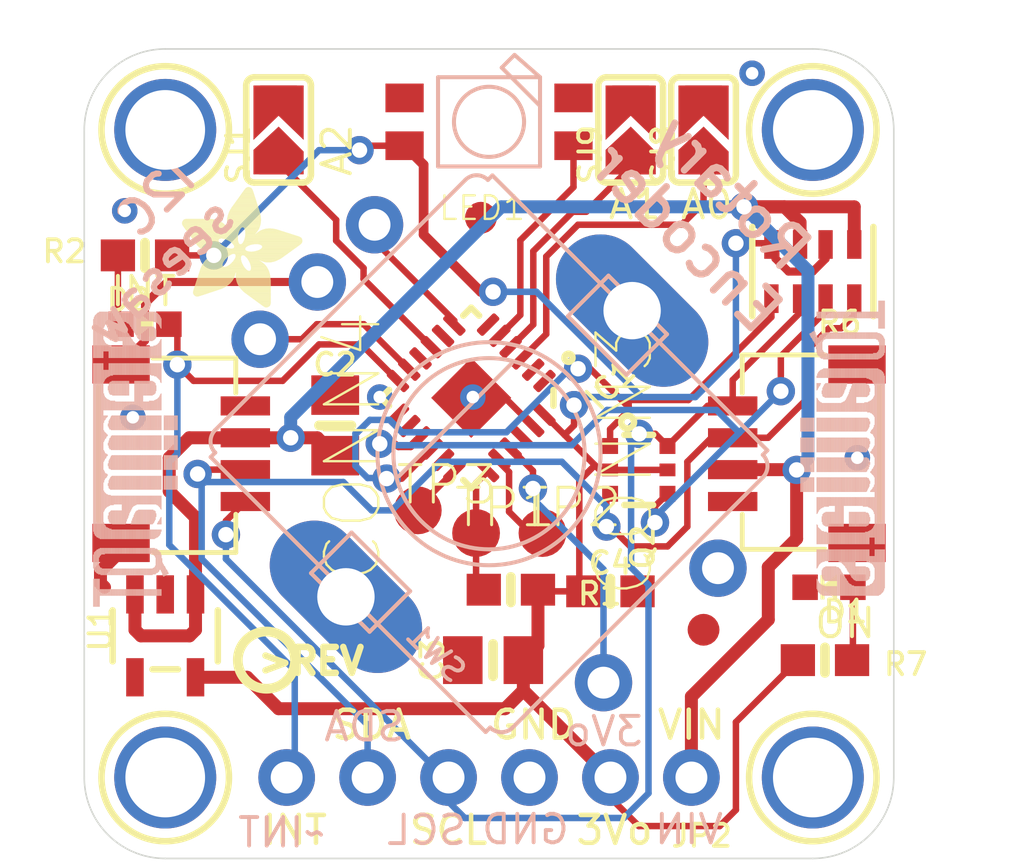
<source format=kicad_pcb>
(kicad_pcb (version 20211014) (generator pcbnew)
  (layers (0 "F.Cu" signal) (31 "B.Cu" signal) (34 "B.Paste" user) (35 "F.Paste" user) (36 "B.SilkS" user "B.Silkscreen") (37 "F.SilkS" user "F.Silkscreen") (38 "B.Mask" user) (39 "F.Mask" user) (44 "Edge.Cuts" user))
  (net 0 "")
  (net 1 "SWDIO")
  (net 2 "SWCLK")
  (net 3 "GND")
  (net 4 "3.3V")
  (net 5 "~{RESET}")
  (net 6 "SDA")
  (net 7 "SCL")
  (net 8 "SCL_3V")
  (net 9 "SDA_3V")
  (net 10 "ENC_A")
  (net 11 "ENC_B")
  (net 12 "ADDR0")
  (net 13 "ADDR1")
  (net 14 "INT")
  (net 15 "VCC")
  (net 16 "N$1")
  (net 17 "SWITCH")
  (net 18 "ADDR2")
  (net 19 "N$2")
  (net 20 "NEOPIX")
  (footprint "boardEagle:TP15R" (layer "F.Cu") (at 150.1775 107.4928)
    (fp_text reference "TP2" (at -0.7501 -0.8001) (layer "F.SilkS") (effects (font (size 1.176528 1.176528) (thickness 0.093472)) (justify left)))
    (fp_text value "TPTP15R")
    (pad "TP" smd roundrect (at 0 0) (size 1.5 1.5) (layers "F.Cu" "F.Mask") (roundrect_rratio 0.5) (net 1 "SWDIO"))
  )
  (footprint "boardEagle:CHIPLED_0603_NOOUTLINE" (layer "F.Cu") (at 137.7061 100.9396 -90)
    (fp_text reference "D2" (at -0.762 1.27) (layer "F.SilkS") (effects (font (size 0.692831 0.692831) (thickness 0.119969)) (justify left)))
    (fp_text value "red")
    (pad "A" smd rect (at 0 0.75 270) (size 0.8 0.8) (layers "F.Cu" "F.Paste" "F.Mask") (net 19 "N$2"))
    (pad "C" smd rect (at 0 -0.75 270) (size 0.8 0.8) (layers "F.Cu" "F.Paste" "F.Mask") (net 14 "INT"))
  )
  (footprint "boardEagle:RESPACK_4X0603" (layer "F.Cu") (at 158.6611 99.2886 180)
    (fp_text reference "R6" (at -1.6 -1.6) (layer "F.SilkS") (effects (font (size 0.692831 0.692831) (thickness 0.119969)) (justify right)))
    (fp_text value "10K")
    (pad "1" smd rect (at -1.3 0.85 180) (size 0.45 0.9) (layers "F.Cu" "F.Paste" "F.Mask") (net 15 "VCC"))
    (pad "2" smd rect (at -0.4 0.85 180) (size 0.45 0.9) (layers "F.Cu" "F.Paste" "F.Mask") (net 4 "3.3V"))
    (pad "3" smd rect (at 0.4 0.85 180) (size 0.45 0.9) (layers "F.Cu" "F.Paste" "F.Mask") (net 15 "VCC"))
    (pad "4" smd rect (at 1.3 0.85 180) (size 0.45 0.9) (layers "F.Cu" "F.Paste" "F.Mask") (net 4 "3.3V"))
    (pad "5" smd rect (at 1.3 -0.85 180) (size 0.45 0.9) (layers "F.Cu" "F.Paste" "F.Mask") (net 8 "SCL_3V"))
    (pad "6" smd rect (at 0.4 -0.85 180) (size 0.45 0.9) (layers "F.Cu" "F.Paste" "F.Mask") (net 7 "SCL"))
    (pad "7" smd rect (at -0.4 -0.85 180) (size 0.45 0.9) (layers "F.Cu" "F.Paste" "F.Mask") (net 9 "SDA_3V"))
    (pad "8" smd rect (at -1.3 -0.85 180) (size 0.45 0.9) (layers "F.Cu" "F.Paste" "F.Mask") (net 6 "SDA"))
  )
  (footprint "boardEagle:1X06_ROUND_70" (layer "F.Cu") (at 148.5011 115.1636 180)
    (fp_text reference "JP2" (at -7.6962 -1.8288) (layer "F.SilkS") (effects (font (size 0.692831 0.692831) (thickness 0.119969)) (justify right)))
    (fp_text value "")
    (pad "1" thru_hole circle (at -6.35 0 270) (size 1.778 1.778) (drill 1) (layers *.Cu *.Mask) (net 15 "VCC"))
    (pad "2" thru_hole circle (at -3.81 0 270) (size 1.778 1.778) (drill 1) (layers *.Cu *.Mask) (net 4 "3.3V"))
    (pad "3" thru_hole circle (at -1.27 0 270) (size 1.778 1.778) (drill 1) (layers *.Cu *.Mask) (net 3 "GND"))
    (pad "4" thru_hole circle (at 1.27 0 270) (size 1.778 1.778) (drill 1) (layers *.Cu *.Mask) (net 7 "SCL"))
    (pad "5" thru_hole circle (at 3.81 0 270) (size 1.778 1.778) (drill 1) (layers *.Cu *.Mask) (net 6 "SDA"))
    (pad "6" thru_hole circle (at 6.35 0 270) (size 1.778 1.778) (drill 1) (layers *.Cu *.Mask) (net 14 "INT"))
  )
  (footprint "boardEagle:TP15R" (layer "F.Cu") (at 146.2659 106.7816)
    (fp_text reference "TP3" (at -0.7501 -0.8001) (layer "F.SilkS") (effects (font (size 1.176528 1.176528) (thickness 0.093472)) (justify left)))
    (fp_text value "TPTP15R")
    (pad "TP" smd roundrect (at 0 0) (size 1.5 1.5) (layers "F.Cu" "F.Mask") (roundrect_rratio 0.5) (net 5 "~{RESET}"))
  )
  (footprint "boardEagle:0603-NO" (layer "F.Cu") (at 149.1869 109.2708)
    (fp_text reference "R1" (at 2.032 0.127) (layer "F.SilkS") (effects (font (size 0.692831 0.692831) (thickness 0.119969)) (justify left)))
    (fp_text value "10K")
    (pad "1" smd rect (at -0.85 0) (size 1.075 1) (layers "F.Cu" "F.Paste" "F.Mask") (net 2 "SWCLK"))
    (pad "2" smd rect (at 0.85 0) (size 1.075 1) (layers "F.Cu" "F.Paste" "F.Mask") (net 4 "3.3V"))
  )
  (footprint "boardEagle:SOLDERJUMPER_ARROW_NOPASTE" (layer "F.Cu") (at 152.9461 94.8436 90)
    (fp_text reference "SJ9" (at -1.778 -1.269997 90) (layer "F.SilkS") (effects (font (size 0.692831 0.692831) (thickness 0.119969)) (justify left)))
    (fp_text value "")
    (fp_poly (pts (xy 0.106121 0.002663) (xy -0.679416 0.7882) (xy -1.3946 0.7882) (xy -1.3946 -0.7882) (xy -0.62715 -0.7882)) (layer "F.Cu") (width 0) (fill solid))
    (fp_poly (pts (xy 1.3946 0.7882) (xy -0.315893 0.7882) (xy 0.443148 0) (xy -0.315893 -0.7882) (xy 1.3946 -0.7882)) (layer "F.Cu") (width 0) (fill solid))
    (pad "1" smd roundrect (at -1.016 0 90) (size 0.762 1.524) (layers "F.Cu") (net 13 "ADDR1"))
    (pad "2" smd roundrect (at 1.016 0 90) (size 0.762 1.524) (layers "F.Cu") (net 3 "GND"))
  )
  (footprint "boardEagle:QFN24_4MM" (layer "F.Cu") (at 147.9423 103.251 -135)
    (fp_text reference "IC1" (at -2.450001 -2.799997 -135) (layer "F.SilkS") (effects (font (size 0.692831 0.692831) (thickness 0.119969)) (justify left)))
    (fp_text value "ATSAMD09D14A-MU")
    (pad "1" smd roundrect (at -2 -1.25 45) (size 0.8 0.28) (layers "F.Cu" "F.Paste" "F.Mask"))
    (pad "2" smd roundrect (at -2 -0.75 45) (size 0.8 0.28) (layers "F.Cu" "F.Paste" "F.Mask"))
    (pad "3" smd roundrect (at -2 -0.25 45) (size 0.8 0.28) (layers "F.Cu" "F.Paste" "F.Mask") (net 12 "ADDR0"))
    (pad "4" smd roundrect (at -2 0.25 45) (size 0.8 0.28) (layers "F.Cu" "F.Paste" "F.Mask") (net 13 "ADDR1"))
    (pad "5" smd roundrect (at -2 0.75 45) (size 0.8 0.28) (layers "F.Cu" "F.Paste" "F.Mask") (net 20 "NEOPIX"))
    (pad "6" smd roundrect (at -2 1.25 45) (size 0.8 0.28) (layers "F.Cu" "F.Paste" "F.Mask"))
    (pad "7" smd roundrect (at -1.25 2 315) (size 0.8 0.28) (layers "F.Cu" "F.Paste" "F.Mask") (net 11 "ENC_B"))
    (pad "8" smd roundrect (at -0.75 2 315) (size 0.8 0.28) (layers "F.Cu" "F.Paste" "F.Mask"))
    (pad "9" smd roundrect (at -0.25 2 315) (size 0.8 0.28) (layers "F.Cu" "F.Paste" "F.Mask") (net 18 "ADDR2"))
    (pad "10" smd roundrect (at 0.25 2 315) (size 0.8 0.28) (layers "F.Cu" "F.Paste" "F.Mask"))
    (pad "11" smd roundrect (at 0.75 2 315) (size 0.8 0.28) (layers "F.Cu" "F.Paste" "F.Mask") (net 10 "ENC_A"))
    (pad "12" smd roundrect (at 1.25 2 315) (size 0.8 0.28) (layers "F.Cu" "F.Paste" "F.Mask") (net 14 "INT"))
    (pad "13" smd roundrect (at 2 1.25 225) (size 0.8 0.28) (layers "F.Cu" "F.Paste" "F.Mask"))
    (pad "14" smd roundrect (at 2 0.75 225) (size 0.8 0.28) (layers "F.Cu" "F.Paste" "F.Mask"))
    (pad "15" smd roundrect (at 2 0.25 225) (size 0.8 0.28) (layers "F.Cu" "F.Paste" "F.Mask") (net 9 "SDA_3V"))
    (pad "16" smd roundrect (at 2 -0.25 225) (size 0.8 0.28) (layers "F.Cu" "F.Paste" "F.Mask") (net 8 "SCL_3V"))
    (pad "17" smd roundrect (at 2 -0.75 225) (size 0.8 0.28) (layers "F.Cu" "F.Paste" "F.Mask"))
    (pad "18" smd roundrect (at 2 -1.25 225) (size 0.8 0.28) (layers "F.Cu" "F.Paste" "F.Mask") (net 5 "~{RESET}"))
    (pad "19" smd roundrect (at 1.25 -2 135) (size 0.8 0.28) (layers "F.Cu" "F.Paste" "F.Mask") (net 2 "SWCLK"))
    (pad "20" smd roundrect (at 0.75 -2 135) (size 0.8 0.28) (layers "F.Cu" "F.Paste" "F.Mask") (net 1 "SWDIO"))
    (pad "21" smd roundrect (at 0.25 -2 135) (size 0.8 0.28) (layers "F.Cu" "F.Paste" "F.Mask") (net 17 "SWITCH"))
    (pad "22" smd roundrect (at -0.25 -2 135) (size 0.8 0.28) (layers "F.Cu" "F.Paste" "F.Mask"))
    (pad "23" smd roundrect (at -0.75 -2 135) (size 0.8 0.28) (layers "F.Cu" "F.Paste" "F.Mask") (net 3 "GND"))
    (pad "24" smd roundrect (at -1.25 -2 135) (size 0.8 0.28) (layers "F.Cu" "F.Paste" "F.Mask") (net 4 "3.3V"))
    (pad "THERM" smd rect (at 0 0 225) (size 1.778 1.778) (layers "F.Cu" "F.Mask") (net 3 "GND"))
  )
  (footprint "boardEagle:MOUNTINGHOLE_2.5_PLATED" (layer "F.Cu") (at 138.3411 115.1636)
    (fp_text reference "U$29" hide)
    (fp_text value "MOUNTINGHOLE2.5" hide)
    (pad "P$1" thru_hole circle (at 0 0) (size 3.2 3.2) (drill 2.5) (layers *.Cu *.Mask))
  )
  (footprint "boardEagle:SOT363" (layer "F.Cu") (at 153.2001 105.5116 -90)
    (fp_text reference "Q2" (at 1.651 -0.127 90) (layer "F.SilkS") (effects (font (size 0.692831 0.692831) (thickness 0.119969)) (justify right)))
    (fp_text value "BSS138")
    (pad "1" smd rect (at -0.75 0.9 270) (size 0.5 0.5) (layers "F.Cu" "F.Paste" "F.Mask") (net 8 "SCL_3V"))
    (pad "2" smd rect (at 0 0.9 270) (size 0.4 0.5) (layers "F.Cu" "F.Paste" "F.Mask") (net 4 "3.3V"))
    (pad "3" smd rect (at 0.75 0.9 270) (size 0.5 0.5) (layers "F.Cu" "F.Paste" "F.Mask") (net 6 "SDA"))
    (pad "4" smd rect (at 0.75 -0.9 270) (size 0.5 0.5) (layers "F.Cu" "F.Paste" "F.Mask") (net 9 "SDA_3V"))
    (pad "5" smd rect (at 0 -0.9 270) (size 0.4 0.5) (layers "F.Cu" "F.Paste" "F.Mask") (net 4 "3.3V"))
    (pad "6" smd rect (at -0.75 -0.9 270) (size 0.5 0.5) (layers "F.Cu" "F.Paste" "F.Mask") (net 7 "SCL"))
  )
  (footprint "boardEagle:0805-NO" (layer "F.Cu") (at 148.6281 111.4806 180)
    (fp_text reference "C3" (at 1.905 -0.762 90) (layer "F.SilkS") (effects (font (size 0.692831 0.692831) (thickness 0.119969)) (justify left)))
    (fp_text value "10uF")
    (pad "1" smd rect (at -0.95 0 180) (size 1.24 1.5) (layers "F.Cu" "F.Paste" "F.Mask") (net 4 "3.3V"))
    (pad "2" smd rect (at 0.95 0 180) (size 1.24 1.5) (layers "F.Cu" "F.Paste" "F.Mask") (net 3 "GND"))
  )
  (footprint "boardEagle:SOT23-5" (layer "F.Cu") (at 138.3411 110.7186 180)
    (fp_text reference "U1" (at 2.032 -0.562 90) (layer "F.SilkS") (effects (font (size 0.692831 0.692831) (thickness 0.119969)) (justify left)))
    (fp_text value "AP2112K-3.3")
    (pad "1" smd rect (at -0.95 1.3001 180) (size 0.55 1.2) (layers "F.Cu" "F.Paste" "F.Mask") (net 15 "VCC"))
    (pad "2" smd rect (at 0 1.3001 180) (size 0.55 1.2) (layers "F.Cu" "F.Paste" "F.Mask") (net 3 "GND"))
    (pad "3" smd rect (at 0.95 1.3001 180) (size 0.55 1.2) (layers "F.Cu" "F.Paste" "F.Mask") (net 15 "VCC"))
    (pad "4" smd rect (at 0.95 -1.3001 180) (size 0.55 1.2) (layers "F.Cu" "F.Paste" "F.Mask"))
    (pad "5" smd rect (at -0.95 -1.3001 180) (size 0.55 1.2) (layers "F.Cu" "F.Paste" "F.Mask") (net 4 "3.3V"))
  )
  (footprint "boardEagle:JST_SH4" (layer "F.Cu") (at 138.3411 105.0036 -90)
    (fp_text reference "CONN4" (at -4.6 -5.9 90) (layer "F.SilkS") (effects (font (size 1.703222 1.703222) (thickness 0.074778)) (justify right)))
    (fp_text value "STEMMA_I2C_QT" hide)
    (pad "1" smd rect (at -1.5 -2.514) (size 1.55 0.6) (layers "F.Cu" "F.Paste" "F.Mask") (net 3 "GND"))
    (pad "2" smd rect (at -0.5 -2.514) (size 1.55 0.6) (layers "F.Cu" "F.Paste" "F.Mask") (net 15 "VCC"))
    (pad "3" smd rect (at 0.5 -2.514) (size 1.55 0.6) (layers "F.Cu" "F.Paste" "F.Mask") (net 6 "SDA"))
    (pad "4" smd rect (at 1.5 -2.514) (size 1.55 0.6) (layers "F.Cu" "F.Paste" "F.Mask") (net 7 "SCL"))
    (pad "MT1" smd rect (at -2.8 1.386) (size 1.8 1.2) (layers "F.Cu" "F.Paste" "F.Mask") (net 3 "GND"))
    (pad "MT2" smd rect (at 2.8 1.386) (size 1.8 1.2) (layers "F.Cu" "F.Paste" "F.Mask") (net 3 "GND"))
  )
  (footprint "boardEagle:FIDUCIAL_1MM" (layer "F.Cu") (at 155.2321 110.5281)
    (fp_text reference "FID3" hide)
    (fp_text value "FIDUCIAL_1MM" hide)
    (pad "1" smd roundrect (at 0 0) (size 1 1) (layers "F.Cu" "F.Mask") (roundrect_rratio 0.5))
  )
  (footprint "boardEagle:0603-NO" (layer "F.Cu") (at 159.0421 111.4806)
    (fp_text reference "R7" (at 1.778 0.127) (layer "F.SilkS") (effects (font (size 0.692831 0.692831) (thickness 0.119969)) (justify left)))
    (fp_text value "10K")
    (pad "1" smd rect (at -0.85 0) (size 1.075 1) (layers "F.Cu" "F.Paste" "F.Mask") (net 4 "3.3V"))
    (pad "2" smd rect (at 0.85 0) (size 1.075 1) (layers "F.Cu" "F.Paste" "F.Mask") (net 16 "N$1"))
  )
  (footprint "boardEagle:SOLDERJUMPER_ARROW_NOPASTE" (layer "F.Cu") (at 141.8971 94.8436 90)
    (fp_text reference "SJ1" (at -1.778 -1.27 90) (layer "F.SilkS") (effects (font (size 0.692831 0.692831) (thickness 0.119969)) (justify left)))
    (fp_text value "")
    (fp_poly (pts (xy 0.106121 0.002663) (xy -0.679416 0.7882) (xy -1.3946 0.7882) (xy -1.3946 -0.7882) (xy -0.62715 -0.7882)) (layer "F.Cu") (width 0) (fill solid))
    (fp_poly (pts (xy 1.3946 0.7882) (xy -0.315893 0.7882) (xy 0.443148 0) (xy -0.315893 -0.7882) (xy 1.3946 -0.7882)) (layer "F.Cu") (width 0) (fill solid))
    (pad "1" smd roundrect (at -1.016 0 90) (size 0.762 1.524) (layers "F.Cu") (net 18 "ADDR2"))
    (pad "2" smd roundrect (at 1.016 0 90) (size 0.762 1.524) (layers "F.Cu") (net 3 "GND"))
  )
  (footprint "boardEagle:MOUNTINGHOLE_2.5_PLATED" (layer "F.Cu") (at 138.3411 94.8436)
    (fp_text reference "U$25" hide)
    (fp_text value "MOUNTINGHOLE2.5" hide)
    (pad "P$1" thru_hole circle (at 0 0) (size 3.2 3.2) (drill 2.5) (layers *.Cu *.Mask))
  )
  (footprint "boardEagle:SOLDERJUMPER_ARROW_NOPASTE" (layer "F.Cu") (at 155.2321 94.8436 90)
    (fp_text reference "SJ8" (at -1.778004 -1.27 90) (layer "F.SilkS") (effects (font (size 0.692831 0.692831) (thickness 0.119969)) (justify left)))
    (fp_text value "")
    (fp_poly (pts (xy 1.3946 0.7882) (xy -0.315893 0.7882) (xy 0.443148 0) (xy -0.315893 -0.7882) (xy 1.3946 -0.7882)) (layer "F.Cu") (width 0) (fill solid))
    (fp_poly (pts (xy 0.106121 0.002663) (xy -0.679416 0.7882) (xy -1.3946 0.7882) (xy -1.3946 -0.7882) (xy -0.62715 -0.7882)) (layer "F.Cu") (width 0) (fill solid))
    (pad "1" smd roundrect (at -1.016 0 90) (size 0.762 1.524) (layers "F.Cu") (net 12 "ADDR0"))
    (pad "2" smd roundrect (at 1.016 0 90) (size 0.762 1.524) (layers "F.Cu") (net 3 "GND"))
  )
  (footprint "boardEagle:0603-NO" (layer "F.Cu") (at 137.7061 98.7806 180)
    (fp_text reference "R2" (at 1.778 0.127) (layer "F.SilkS") (effects (font (size 0.692831 0.692831) (thickness 0.119969)) (justify right)))
    (fp_text value "10K")
    (pad "1" smd rect (at -0.85 0 180) (size 1.075 1) (layers "F.Cu" "F.Paste" "F.Mask") (net 4 "3.3V"))
    (pad "2" smd rect (at 0.85 0 180) (size 1.075 1) (layers "F.Cu" "F.Paste" "F.Mask") (net 19 "N$2"))
  )
  (footprint "boardEagle:FIDUCIAL_1MM" (layer "F.Cu") (at 148.2471 97.5995)
    (fp_text reference "FID4" hide)
    (fp_text value "FIDUCIAL_1MM" hide)
    (pad "1" smd roundrect (at 0 0) (size 1 1) (layers "F.Cu" "F.Mask") (roundrect_rratio 0.5))
  )
  (footprint "boardEagle:0603-NO" (layer "F.Cu") (at 152.3111 109.3216)
    (fp_text reference "C4" (at -0.762004 -0.888996) (layer "F.SilkS") (effects (font (size 0.692831 0.692831) (thickness 0.119969)) (justify left)))
    (fp_text value "0.1uF")
    (pad "1" smd rect (at -0.85 0) (size 1.075 1) (layers "F.Cu" "F.Paste" "F.Mask") (net 4 "3.3V"))
    (pad "2" smd rect (at 0.85 0) (size 1.075 1) (layers "F.Cu" "F.Paste" "F.Mask") (net 3 "GND"))
  )
  (footprint "boardEagle:0805-NO" (layer "F.Cu") (at 143.6751 104.1146 90)
    (fp_text reference "C2" (at 1.905 -0.762) (layer "F.SilkS") (effects (font (size 0.692831 0.692831) (thickness 0.119969)) (justify left)))
    (fp_text value "10uF")
    (pad "1" smd rect (at -0.95 0 90) (size 1.24 1.5) (layers "F.Cu" "F.Paste" "F.Mask") (net 15 "VCC"))
    (pad "2" smd rect (at 0.95 0 90) (size 1.24 1.5) (layers "F.Cu" "F.Paste" "F.Mask") (net 3 "GND"))
  )
  (footprint "boardEagle:PCBFEAT-REV-040" (layer "F.Cu") (at 141.5161 111.4806)
    (fp_text reference "U$33" hide)
    (fp_text value "" hide)
    (fp_text user ">REV" (at -0.3556 0.508) (layer "F.SilkS") (effects (font (size 0.8128 0.8128) (thickness 0.2032)) (justify left bottom)))
  )
  (footprint "boardEagle:JST_SH4" (layer "F.Cu") (at 158.6611 105.0036 90)
    (fp_text reference "CONN3" (at -4.6 -5.9 90) (layer "F.SilkS") (effects (font (size 1.703222 1.703222) (thickness 0.074778)) (justify left)))
    (fp_text value "STEMMA_I2C_QT" hide)
    (pad "1" smd rect (at -1.5 -2.514 180) (size 1.55 0.6) (layers "F.Cu" "F.Paste" "F.Mask") (net 3 "GND"))
    (pad "2" smd rect (at -0.5 -2.514 180) (size 1.55 0.6) (layers "F.Cu" "F.Paste" "F.Mask") (net 15 "VCC"))
    (pad "3" smd rect (at 0.5 -2.514 180) (size 1.55 0.6) (layers "F.Cu" "F.Paste" "F.Mask") (net 6 "SDA"))
    (pad "4" smd rect (at 1.5 -2.514 180) (size 1.55 0.6) (layers "F.Cu" "F.Paste" "F.Mask") (net 7 "SCL"))
    (pad "MT1" smd rect (at -2.8 1.386 180) (size 1.8 1.2) (layers "F.Cu" "F.Paste" "F.Mask") (net 3 "GND"))
    (pad "MT2" smd rect (at 2.8 1.386 180) (size 1.8 1.2) (layers "F.Cu" "F.Paste" "F.Mask") (net 3 "GND"))
  )
  (footprint "boardEagle:CHIPLED_0603_NOOUTLINE" (layer "F.Cu") (at 159.1691 109.1946 90)
    (fp_text reference "D1" (at -0.762 1.27) (layer "F.SilkS") (effects (font (size 0.692831 0.692831) (thickness 0.119969)) (justify right)))
    (fp_text value "GREEN")
    (pad "A" smd rect (at 0 0.75 90) (size 0.8 0.8) (layers "F.Cu" "F.Paste" "F.Mask") (net 16 "N$1"))
    (pad "C" smd rect (at 0 -0.75 90) (size 0.8 0.8) (layers "F.Cu" "F.Paste" "F.Mask") (net 3 "GND"))
  )
  (footprint "boardEagle:ADAFRUIT_3.5MM" (layer "F.Cu") (at 138.8491 100.4316)
    (fp_text reference "U$32" hide)
    (fp_text value "" hide)
  )
  (footprint "boardEagle:MOUNTINGHOLE_2.5_PLATED" (layer "F.Cu") (at 158.6611 94.8436)
    (fp_text reference "U$27" hide)
    (fp_text value "MOUNTINGHOLE2.5" hide)
    (pad "P$1" thru_hole circle (at 0 0) (size 3.2 3.2) (drill 2.5) (layers *.Cu *.Mask))
  )
  (footprint "boardEagle:MOUNTINGHOLE_2.5_PLATED" (layer "F.Cu") (at 158.6611 115.1636)
    (fp_text reference "U$30" hide)
    (fp_text value "MOUNTINGHOLE2.5" hide)
    (pad "P$1" thru_hole circle (at 0 0) (size 3.2 3.2) (drill 2.5) (layers *.Cu *.Mask))
  )
  (footprint "boardEagle:TP15R" (layer "F.Cu") (at 148.0947 107.4928)
    (fp_text reference "TP1" (at -0.7501 -0.8001) (layer "F.SilkS") (effects (font (size 1.176528 1.176528) (thickness 0.093472)) (justify left)))
    (fp_text value "TPTP15R")
    (pad "TP" smd roundrect (at 0 0) (size 1.5 1.5) (layers "F.Cu" "F.Mask") (roundrect_rratio 0.5) (net 2 "SWCLK"))
  )
  (footprint "boardEagle:STEMMAQT" (layer "B.Cu") (at 138.7221 100.5586 -90)
    (fp_text reference "U$35" hide)
    (fp_text value "" hide)
  )
  (footprint "boardEagle:STEMMAQT" (layer "B.Cu") (at 158.2801 109.4486 90)
    (fp_text reference "U$34" hide)
    (fp_text value "" hide)
  )
  (footprint "boardEagle:PEC11+SWITCH" (layer "B.Cu") (at 148.5011 105.0036 45)
    (fp_text reference "SW1" (at -5.600004 4.380001 135) (layer "B.SilkS") (effects (font (size 0.692831 0.692831) (thickness 0.119969)) (justify left mirror)))
    (fp_text value "")
    (pad "P$1" thru_hole circle (at -2.54 7.62 45) (size 1.8 1.8) (drill 1) (layers *.Cu *.Mask) (net 17 "SWITCH"))
    (pad "P$2" thru_hole circle (at 2.54 7.62 45) (size 1.8 1.8) (drill 1) (layers *.Cu *.Mask) (net 3 "GND"))
    (pad "P$A" thru_hole circle (at -2.54 -7.62 45) (size 1.8 1.8) (drill 1) (layers *.Cu *.Mask) (net 10 "ENC_A"))
    (pad "P$B" thru_hole circle (at 2.54 -7.62 45) (size 1.8 1.8) (drill 1) (layers *.Cu *.Mask) (net 11 "ENC_B"))
    (pad "P$C" thru_hole circle (at 0 -7.62 45) (size 1.8 1.8) (drill 1) (layers *.Cu *.Mask) (net 3 "GND"))
    (pad "P$GND1" thru_hole oval (at -6.35 0 315) (size 5.6 2.8) (drill 1.8) (layers *.Cu *.Mask) (net 3 "GND"))
    (pad "P$GND2" thru_hole oval (at 6.35 0 315) (size 5.6 2.8) (drill 1.8) (layers *.Cu *.Mask) (net 3 "GND"))
  )
  (footprint "boardEagle:NEO3535_REVERSE" (layer "B.Cu") (at 148.5011 94.5896 180)
    (fp_text reference "LED1" (at 1.6225 -2.7075) (layer "F.SilkS") (effects (font (size 0.739648 0.739648) (thickness 0.073152)) (justify left)))
    (fp_text value "WS2812B_SK6812E")
    (pad "1-VDD" smd rect (at 2.65 -0.75 180) (size 1.2 0.9) (layers "F.Cu" "F.Paste" "F.Mask") (net 4 "3.3V"))
    (pad "2-DOUT" smd rect (at 2.65 0.75 180) (size 1.2 0.9) (layers "F.Cu" "F.Paste" "F.Mask"))
    (pad "3-GND" smd rect (at -2.65 0.75 180) (size 1.2 0.9) (layers "F.Cu" "F.Paste" "F.Mask") (net 3 "GND"))
    (pad "4-DIN" smd rect (at -2.65 -0.75 180) (size 1.2 0.9) (layers "F.Cu" "F.Paste" "F.Mask") (net 20 "NEOPIX"))
  )
  (gr_arc (start 158.6611 92.3036) (mid 160.457151 93.047549) (end 161.2011 94.8436) (layer "Edge.Cuts") (width 0.05))
  (gr_line (start 135.8011 94.8436) (end 135.8011 115.1636) (layer "Edge.Cuts") (width 0.05))
  (gr_line (start 138.3411 117.7036) (end 158.6611 117.7036) (layer "Edge.Cuts") (width 0.05))
  (gr_arc (start 161.2011 115.1636) (mid 160.457151 116.959651) (end 158.6611 117.7036) (layer "Edge.Cuts") (width 0.05))
  (gr_line (start 158.6611 92.3036) (end 138.3411 92.3036) (layer "Edge.Cuts") (width 0.05))
  (gr_arc (start 135.8011 94.8436) (mid 136.545049 93.047549) (end 138.3411 92.3036) (layer "Edge.Cuts") (width 0.05))
  (gr_arc (start 138.3411 117.7036) (mid 136.545049 116.959651) (end 135.8011 115.1636) (layer "Edge.Cuts") (width 0.05))
  (gr_line (start 161.2011 115.1636) (end 161.2011 94.8436) (layer "Edge.Cuts") (width 0.05))
  (gr_text "SCL" (at 146.5453 116.8146) (layer "B.SilkS") (effects (font (size 0.89408 0.89408) (thickness 0.12192)) (justify mirror)))
  (gr_text "3Vo" (at 152.1079 113.7158) (layer "B.SilkS") (effects (font (size 0.89408 0.89408) (thickness 0.12192)) (justify mirror)))
  (gr_text "SDA" (at 144.5895 113.5634) (layer "B.SilkS") (effects (font (size 0.89408 0.89408) (thickness 0.12192)) (justify mirror)))
  (gr_text "I2C\nseesaw" (at 140.7541 97.6376 -315) (layer "B.SilkS") (effects (font (size 1.0795 1.0795) (thickness 0.1905)) (justify left bottom mirror)))
  (gr_text "GND" (at 149.6441 116.7892) (layer "B.SilkS") (effects (font (size 0.89408 0.89408) (thickness 0.12192)) (justify mirror)))
  (gr_text "Rotary\nEncoder" (at 155.411703 97.5106 -45) (layer "B.SilkS") (effects (font (size 1.25222 1.25222) (thickness 0.22098)) (justify mirror)))
  (gr_text "~INT" (at 141.9733 116.8908) (layer "B.SilkS") (effects (font (size 0.89408 0.89408) (thickness 0.12192)) (justify mirror)))
  (gr_text "VIN" (at 154.7749 116.7892) (layer "B.SilkS") (effects (font (size 0.89408 0.89408) (thickness 0.12192)) (justify mirror)))
  (gr_text "A2" (at 143.7259 95.4786 90) (layer "F.SilkS") (effects (font (size 0.89408 0.89408) (thickness 0.12192))))
  (gr_text "INT" (at 136.5631 100.4316) (layer "F.SilkS") (effects (font (size 0.89408 0.89408) (thickness 0.12192)) (justify left bottom)))
  (gr_text "VIN" (at 154.8511 113.5126) (layer "F.SilkS") (effects (font (size 0.87376 0.87376) (thickness 0.14224))))
  (gr_text "SCL" (at 147.2311 116.8146) (layer "F.SilkS") (effects (font (size 0.87376 0.87376) (thickness 0.14224))))
  (gr_text "3Vo" (at 152.4381 116.8146) (layer "F.SilkS") (effects (font (size 0.87376 0.87376) (thickness 0.14224))))
  (gr_text "INT" (at 142.4051 116.8146) (layer "F.SilkS") (effects (font (size 0.87376 0.87376) (thickness 0.14224))))
  (gr_text "GND" (at 149.8981 113.5126) (layer "F.SilkS") (effects (font (size 0.87376 0.87376) (thickness 0.14224))))
  (gr_text "A0" (at 155.3337 97.1804) (layer "F.SilkS") (effects (font (size 0.89408 0.89408) (thickness 0.12192))))
  (gr_text "SDA" (at 144.8181 113.5126) (layer "F.SilkS") (effects (font (size 0.87376 0.87376) (thickness 0.14224))))
  (gr_text "ON" (at 158.6611 110.8456) (layer "F.SilkS") (effects (font (size 0.89408 0.89408) (thickness 0.12192)) (justify left bottom)))
  (gr_text "A1" (at 153.0731 97.1804) (layer "F.SilkS") (effects (font (size 0.89408 0.89408) (thickness 0.12192))))
  (segment (start 149.130271 105.5777) (end 149.130271 106.826572) (width 0.2032) (layer "F.Cu") (net 1))
  (segment (start 149.7965 107.4928) (end 149.130271 106.826572) (width 0.2032) (layer "F.Cu") (net 1))
  (segment (start 148.826181 105.195544) (end 148.826181 105.27361) (width 0.2032) (layer "F.Cu") (net 1))
  (segment (start 149.7965 107.4928) (end 150.1775 107.4928) (width 0.2032) (layer "F.Cu") (net 1))
  (segment (start 148.826181 105.27361) (end 149.130271 105.5777) (width 0.2032) (layer "F.Cu") (net 1))
  (segment (start 148.0947 107.4928) (end 148.0947 109.0286) (width 0.2032) (layer "F.Cu") (net 2))
  (segment (start 148.0947 105.927029) (end 148.0947 107.4928) (width 0.2032) (layer "F.Cu") (net 2))
  (segment (start 148.0947 109.0286) (end 148.3369 109.2708) (width 0.2032) (layer "F.Cu") (net 2))
  (segment (start 148.472628 105.5491) (end 148.0947 105.927029) (width 0.2032) (layer "F.Cu") (net 2))
  (segment (start 137.7061 101.456575) (end 137.7061 100.3046) (width 0.254) (layer "F.Cu") (net 3))
  (segment (start 136.9551 102.2036) (end 137.4889 101.6698) (width 0.254) (layer "F.Cu") (net 3))
  (segment (start 137.492875 101.6698) (end 137.7061 101.456575) (width 0.254) (layer "F.Cu") (net 3))
  (segment (start 149.88684 104.134885) (end 148.977556 103.2256) (width 0.2032) (layer "F.Cu") (net 3))
  (segment (start 136.9551 107.8036) (end 136.9551 108.0406) (width 0.4064) (layer "F.Cu") (net 3))
  (segment (start 148.977556 103.2256) (end 147.9931 103.2256) (width 0.2032) (layer "F.Cu") (net 3))
  (segment (start 137.7061 100.3046) (end 138.395253 99.615447) (width 0.254) (layer "F.Cu") (net 3))
  (segment (start 137.4889 101.6698) (end 137.492875 101.6698) (width 0.254) (layer "F.Cu") (net 3))
  (segment (start 136.9551 108.0406) (end 136.3091 108.6866) (width 0.4064) (layer "F.Cu") (net 3))
  (segment (start 147.9423 103.251) (end 147.9677 103.2256) (width 0.2032) (layer "F.Cu") (net 3))
  (segment (start 136.3091 109.0676) (end 136.4361 109.1946) (width 0.4064) (layer "F.Cu") (net 3))
  (segment (start 138.395253 99.615447) (end 143.112946 99.615447) (width 0.254) (layer "F.Cu") (net 3))
  (segment (start 147.9677 103.2256) (end 147.9931 103.2256) (width 0.2032) (layer "F.Cu") (net 3))
  (segment (start 136.3091 108.6866) (end 136.3091 109.0676) (width 0.4064) (layer "F.Cu") (net 3))
  (via (at 137.0711 97.3836) (size 0.8001) (drill 0.3937) (layers "F.Cu" "B.Cu") (net 3))
  (via (at 145.0721 103.2256) (size 0.8001) (drill 0.3937) (layers "F.Cu" "B.Cu") (net 3))
  (via (at 160.0581 105.1306) (size 0.8001) (drill 0.3937) (layers "F.Cu" "B.Cu") (net 3))
  (via (at 137.3251 103.8606) (size 0.8001) (drill 0.3937) (layers "F.Cu" "B.Cu") (net 3))
  (via (at 147.9931 103.2256) (size 0.8001) (drill 0.3937) (layers "F.Cu" "B.Cu") (net 3))
  (via (at 156.7561 93.0656) (size 0.8001) (drill 0.3937) (layers "F.Cu" "B.Cu") (net 3))
  (segment (start 155.7401 116.6876) (end 153.2001 116.6876) (width 0.2032) (layer "F.Cu") (net 4))
  (segment (start 148.241575 99.9236) (end 146.4487 98.130725) (width 0.3048) (layer "F.Cu") (net 4))
  (segment (start 139.2911 112.0187) (end 140.9112 112.0187) (width 0.4064) (layer "F.Cu") (net 4))
  (segment (start 151.823381 105.364316) (end 150.870884 104.411819) (width 0.2032) (layer "F.Cu") (net 4))
  (segment (start 151.3341 105.853597) (end 151.3341 109.1946) (width 0.2032) (layer "F.Cu") (net 4))
  (segment (start 144.5761 95.3396) (end 145.8511 95.3396) (width 0.2032) (layer "F.Cu") (net 4))
  (segment (start 157.3611 98.3996) (end 157.3611 98.4386) (width 0.254) (layer "F.Cu") (net 4))
  (segment (start 152.3001 105.5116) (end 151.970665 105.5116) (width 0.2032) (layer "F.Cu") (net 4))
  (segment (start 151.3341 105.853597) (end 151.823381 105.364316) (width 0.2032) (layer "F.Cu") (net 4))
  (segment (start 151.4611 109.3216) (end 150.0877 109.3216) (width 0.2032) (layer "F.Cu") (net 4))
  (segment (start 150.0369 111.0218) (end 150.0369 109.2708) (width 0.4064) (layer "F.Cu") (net 4))
  (segment (start 150.240396 103.781332) (end 150.870884 104.411819) (width 0.2032) (layer "F.Cu") (net 4))
  (segment (start 157.8991 99.2886) (end 157.4881 98.8776) (width 0.254) (layer "F.Cu") (net 4))
  (segment (start 151.4611 109.3216) (end 151.3341 109.1946) (width 0.2032) (layer "F.Cu") (net 4))
  (segment (start 144.4371 95.4786) (end 144.5761 95.3396) (width 0.2032) (layer "F.Cu") (net 4))
  (segment (start 154.1001 105.5116) (end 152.3001 105.5116) (width 0.2032) (layer "F.Cu") (net 4))
  (segment (start 156.2481 98.3996) (end 157.3611 98.3996) (width 0.2032) (layer "F.Cu") (net 4))
  (segment (start 138.5561 98.7806) (end 139.8651 98.7806) (width 0.2032) (layer "F.Cu") (net 4))
  (segment (start 150.0877 109.3216) (end 150.0369 109.2708) (width 0.2032) (layer "F.Cu") (net 4))
  (segment (start 148.6281 99.9236) (end 148.241575 99.9236) (width 0.3048) (layer "F.Cu") (net 4))
  (segment (start 140.9112 112.0187) (end 141.8971 113.0046) (width 0.4064) (layer "F.Cu") (net 4))
  (segment (start 151.1681 104.114604) (end 151.1681 103.4796) (width 0.2032) (layer "F.Cu") (net 4))
  (segment (start 157.3611 98.1456) (end 157.4881 98.1456) (width 0.2032) (layer "F.Cu") (net 4))
  (segment (start 156.2481 113.4246) (end 156.2481 116.1796) (width 0.2032) (layer "F.Cu") (net 4))
  (segment (start 157.3611 98.1456) (end 157.3611 98.3996) (width 0.254) (layer "F.Cu") (net 4))
  (segment (start 158.6611 99.2886) (end 157.8991 99.2886) (width 0.254) (layer "F.Cu") (net 4))
  (segment (start 151.970665 105.5116) (end 151.823381 105.364316) (width 0.2032) (layer "F.Cu") (net 4))
  (segment (start 159.0611 98.4386) (end 159.0611 98.8886) (width 0.254) (layer "F.Cu") (net 4))
  (segment (start 157.4881 98.8776) (end 157.4881 98.1456) (width 0.254) (layer "F.Cu") (net 4))
  (segment (start 158.1921 111.4806) (end 156.2481 113.4246) (width 0.2032) (layer "F.Cu") (net 4))
  (segment (start 156.2481 116.1796) (end 155.7401 116.6876) (width 0.2032) (layer "F.Cu") (net 4))
  (segment (start 145.8511 95.3396) (end 146.4487 95.9372) (width 0.3048) (layer "F.Cu") (net 4))
  (segment (start 149.0041 113.0046) (end 149.5781 112.4306) (width 0.4064) (layer "F.Cu") (net 4))
  (segment (start 146.4487 95.9372) (end 146.4487 98.130725) (width 0.3048) (layer "F.Cu") (net 4))
  (segment (start 159.0611 98.8886) (end 158.6611 99.2886) (width 0.254) (layer "F.Cu") (net 4))
  (segment (start 141.8971 113.0046) (end 149.0041 113.0046) (width 0.4064) (layer "F.Cu") (net 4))
  (segment (start 149.5781 111.4806) (end 150.0369 111.0218) (width 0.4064) (layer "F.Cu") (net 4))
  (segment (start 153.2001 116.6876) (end 152.3111 115.7986) (width 0.2032) (layer "F.Cu") (net 4))
  (segment (start 149.5781 112.4306) (end 152.3111 115.1636) (width 0.4064) (layer "F.Cu") (net 4))
  (segment (start 150.870884 104.411819) (end 151.1681 104.114604) (width 0.2032) (layer "F.Cu") (net 4))
  (segment (start 149.5781 111.4806) (end 149.5781 112.4306) (width 0.4064) (layer "F.Cu") (net 4))
  (segment (start 152.3111 115.7986) (end 152.3111 115.1636) (width 0.2032) (layer "F.Cu") (net 4))
  (via (at 144.4371 95.4786) (size 0.889) (drill 0.4826) (layers "F.Cu" "B.Cu") (net 4))
  (via (at 148.6281 99.9236) (size 0.889) (drill 0.4826) (layers "F.Cu" "B.Cu") (net 4))
  (via (at 156.2481 98.3996) (size 0.889) (drill 0.4826) (layers "F.Cu" "B.Cu") (net 4))
  (via (at 139.8651 98.7806) (size 0.889) (drill 0.4826) (layers "F.Cu" "B.Cu") (net 4))
  (via (at 151.1681 103.4796) (size 0.889) (drill 0.4826) (layers "F.Cu" "B.Cu") (net 4))
  (segment (start 139.8651 98.7806) (end 143.1671 95.4786) (width 0.2032) (layer "B.Cu") (net 4))
  (segment (start 156.2481 98.3996) (end 156.2481 101.9556) (width 0.2032) (layer "B.Cu") (net 4))
  (segment (start 154.9781 103.2256) (end 153.292406 103.2256) (width 0.2032) (layer "B.Cu") (net 4))
  (segment (start 149.990406 99.9236) (end 153.292406 103.2256) (width 0.2032) (layer "B.Cu") (net 4))
  (segment (start 156.2481 101.9556) (end 154.9781 103.2256) (width 0.2032) (layer "B.Cu") (net 4))
  (segment (start 148.6281 99.9236) (end 149.990406 99.9236) (width 0.2032) (layer "B.Cu") (net 4))
  (segment (start 151.1681 103.4796) (end 151.4221 103.2256) (width 0.2032) (layer "B.Cu") (net 4))
  (segment (start 151.4221 103.2256) (end 153.292406 103.2256) (width 0.2032) (layer "B.Cu") (net 4))
  (segment (start 143.1671 95.4786) (end 144.4371 95.4786) (width 0.2032) (layer "B.Cu") (net 4))
  (segment (start 147.411968 105.5491) (end 146.2659 106.695169) (width 0.2032) (layer "F.Cu") (net 5))
  (segment (start 146.2659 106.695169) (end 146.2659 106.7816) (width 0.2032) (layer "F.Cu") (net 5))
  (segment (start 154.7241 105.2576) (end 155.4781 104.5036) (width 0.2032) (layer "F.Cu") (net 6))
  (segment (start 159.5501 101.0666) (end 159.9611 100.6556) (width 0.2032) (layer "F.Cu") (net 6))
  (segment (start 155.4781 104.5036) (end 156.1471 104.5036) (width 0.2032) (layer "F.Cu") (net 6))
  (segment (start 154.7241 107.2896) (end 154.1018 107.9119) (width 0.2032) (layer "F.Cu") (net 6))
  (segment (start 152.9334 107.9119) (end 152.1841 107.1626) (width 0.2032) (layer "F.Cu") (net 6))
  (segment (start 152.1841 107.2896) (end 152.1841 107.1626) (width 0.2032) (layer "F.Cu") (net 6))
  (segment (start 139.4921 105.5036) (end 139.3571 105.6386) (width 0.2032) (layer "F.Cu") (net 6))
  (segment (start 152.9334 107.9119) (end 154.1018 107.9119) (width 0.2032) (layer "F.Cu") (net 6))
  (segment (start 152.1841 106.3776) (end 152.1841 107.1626) (width 0.2032) (layer "F.Cu") (net 6))
  (segment (start 159.9611 100.6556) (end 159.9611 100.1386) (width 0.2032) (layer "F.Cu") (net 6))
  (segment (start 159.1691 101.0666) (end 159.5501 101.0666) (width 0.2032) (layer "F.Cu") (net 6))
  (segment (start 156.1471 104.5036) (end 157.2561 104.5036) (width 0.2032) (layer "F.Cu") (net 6))
  (segment (start 158.4071 101.8286) (end 159.1691 101.0666) (width 0.2032) (layer "F.Cu") (net 6))
  (segment (start 140.8551 105.5036) (end 139.4921 105.5036) (width 0.2032) (layer "F.Cu") (net 6))
  (segment (start 157.2561 104.5036) (end 158.4071 103.3526) (width 0.2032) (layer "F.Cu") (net 6))
  (segment (start 154.7241 107.2896) (end 154.7241 105.2576) (width 0.2032) (layer "F.Cu") (net 6))
  (segment (start 158.4071 103.3526) (end 158.4071 101.8286) (width 0.2032) (layer "F.Cu") (net 6))
  (segment (start 152.1841 106.3776) (end 152.3001 106.2616) (width 0.2032) (layer "F.Cu") (net 6))
  (via (at 152.1841 107.2896) (size 0.889) (drill 0.4826) (layers "F.Cu" "B.Cu") (net 6))
  (via (at 139.3571 105.6386) (size 0.889) (drill 0.4826) (layers "F.Cu" "B.Cu") (net 6))
  (segment (start 139.3571 105.6386) (end 139.4841 105.7656) (width 0.2032) (layer "B.Cu") (net 6))
  (segment (start 152.1841 106.6546) (end 152.1841 107.2896) (width 0.2032) (layer "B.Cu") (net 6))
  (segment (start 144.6911 115.1636) (end 144.6911 113.5126) (width 0.2032) (layer "B.Cu") (net 6))
  (segment (start 145.4531 106.7816) (end 146.9771 105.2576) (width 0.2032) (layer "B.Cu") (net 6))
  (segment (start 139.4841 108.3056) (end 144.6911 113.5126) (width 0.2032) (layer "B.Cu") (net 6))
  (segment (start 150.7871 105.2576) (end 152.1841 106.6546) (width 0.2032) (layer "B.Cu") (net 6))
  (segment (start 146.9771 105.2576) (end 150.7871 105.2576) (width 0.2032) (layer "B.Cu") (net 6))
  (segment (start 143.9291 105.8926) (end 139.6111 105.8926) (width 0.2032) (layer "B.Cu") (net 6))
  (segment (start 144.8181 106.7816) (end 145.4531 106.7816) (width 0.2032) (layer "B.Cu") (net 6))
  (segment (start 139.4841 105.7656) (end 139.4841 108.3056) (width 0.2032) (layer "B.Cu") (net 6))
  (segment (start 143.9291 105.8926) (end 144.8181 106.7816) (width 0.2032) (layer "B.Cu") (net 6))
  (segment (start 139.3571 105.6386) (end 139.6111 105.8926) (width 0.2032) (layer "B.Cu") (net 6))
  (segment (start 153.7198 104.3813) (end 154.1001 104.7616) (width 0.2032) (layer "F.Cu") (net 7))
  (segment (start 140.2461 107.1126) (end 140.2461 107.5436) (width 0.2032) (layer "F.Cu") (net 7))
  (segment (start 156.1471 102.6916) (end 156.1471 103.5036) (width 0.2032) (layer "F.Cu") (net 7))
  (segment (start 155.3581 103.5036) (end 156.1471 103.5036) (width 0.2032) (layer "F.Cu") (net 7))
  (segment (start 158.2611 100.5776) (end 156.1471 102.6916) (width 0.2032) (layer "F.Cu") (net 7))
  (segment (start 158.2611 100.1386) (end 158.2611 100.5776) (width 0.2032) (layer "F.Cu") (net 7))
  (segment (start 153.212025 104.3813) (end 153.7198 104.3813) (width 0.2032) (layer "F.Cu") (net 7))
  (segment (start 140.8551 106.5036) (end 140.2461 107.1126) (width 0.2032) (layer "F.Cu") (net 7))
  (segment (start 155.3581 103.5036) (end 154.1001 104.7616) (width 0.2032) (layer "F.Cu") (net 7))
  (via (at 153.212025 104.3813) (size 0.889) (drill 0.4826) (layers "F.Cu" "B.Cu") (net 7))
  (via (at 140.2461 107.5436) (size 0.889) (drill 0.4826) (layers "F.Cu" "B.Cu") (net 7))
  (segment (start 153.5049 115.658094) (end 152.729393 116.4336) (width 0.2032) (layer "B.Cu") (net 7))
  (segment (start 147.7391 116.4336) (end 147.2311 115.9256) (width 0.2032) (layer "B.Cu") (net 7))
  (segment (start 147.1041 115.1636) (end 147.2311 115.1636) (width 0.2032) (layer "B.Cu") (net 7))
  (segment (start 152.729393 116.4336) (end 147.7391 116.4336) (width 0.2032) (layer "B.Cu") (net 7))
  (segment (start 152.9588 108.5723) (end 152.9588 104.634525) (width 0.2032) (layer "B.Cu") (net 7))
  (segment (start 147.2311 115.9256) (end 147.2311 115.1636) (width 0.2032) (layer "B.Cu") (net 7))
  (segment (start 152.9588 104.634525) (end 153.212025 104.3813) (width 0.2032) (layer "B.Cu") (net 7))
  (segment (start 140.2461 108.3056) (end 147.1041 115.1636) (width 0.2032) (layer "B.Cu") (net 7))
  (segment (start 140.2461 107.5436) (end 140.2461 108.3056) (width 0.2032) (layer "B.Cu") (net 7))
  (segment (start 152.9588 108.5723) (end 153.5049 109.1184) (width 0.2032) (layer "B.Cu") (net 7))
  (segment (start 153.5049 109.1184) (end 153.5049 115.658094) (width 0.2032) (layer "B.Cu") (net 7))
  (segment (start 152.8826 103.65105) (end 152.8826 103.5431) (width 0.2032) (layer "F.Cu") (net 8))
  (segment (start 152.8826 103.5431) (end 151.5491 102.2096) (width 0.2032) (layer "F.Cu") (net 8))
  (segment (start 152.3001 104.7616) (end 152.3001 104.23355) (width 0.2032) (layer "F.Cu") (net 8))
  (segment (start 152.3001 104.23355) (end 152.8826 103.65105) (width 0.2032) (layer "F.Cu") (net 8))
  (segment (start 146.704862 104.841991) (end 145.763053 105.7838) (width 0.2032) (layer "F.Cu") (net 8))
  (segment (start 151.2951 102.3366) (end 151.4221 102.2096) (width 0.2032) (layer "F.Cu") (net 8))
  (segment (start 152.9113 103.3178) (end 152.8826 103.2891) (width 0.2032) (layer "F.Cu") (net 8))
  (segment (start 145.763053 105.7838) (end 145.287056 105.7838) (width 0.2032) (layer "F.Cu") (net 8))
  (segment (start 151.5491 102.2096) (end 151.4221 102.2096) (width 0.2032) (layer "F.Cu") (net 8))
  (segment (start 157.3611 100.7156) (end 154.7589 103.3178) (width 0.2032) (layer "F.Cu") (net 8))
  (segment (start 157.3611 100.1386) (end 157.3611 100.7156) (width 0.2032) (layer "F.Cu") (net 8))
  (segment (start 152.8826 103.5431) (end 152.8826 103.2891) (width 0.2032) (layer "F.Cu") (net 8))
  (segment (start 154.7589 103.3178) (end 152.9113 103.3178) (width 0.2032) (layer "F.Cu") (net 8))
  (via (at 151.2951 102.3366) (size 0.889) (drill 0.4826) (layers "F.Cu" "B.Cu") (net 8))
  (via (at 145.287056 105.7838) (size 0.889) (drill 0.4826) (layers "F.Cu" "B.Cu") (net 8))
  (segment (start 145.771375 104.3305) (end 149.0472 104.3305) (width 0.2032) (layer "B.Cu") (net 8))
  (segment (start 144.3101 105.3846) (end 144.6911 105.7656) (width 0.2032) (layer "B.Cu") (net 8))
  (segment (start 144.762425 103.9423) (end 145.383175 103.9423) (width 0.2032) (layer "B.Cu") (net 8))
  (segment (start 144.3101 105.3846) (end 144.3101 104.3686) (width 0.2032) (layer "B.Cu") (net 8))
  (segment (start 145.383175 103.9423) (end 145.771375 104.3305) (width 0.2032) (layer "B.Cu") (net 8))
  (segment (start 144.336125 104.3686) (end 144.762425 103.9423) (width 0.2032) (layer "B.Cu") (net 8))
  (segment (start 151.0411 102.3366) (end 151.2951 102.3366) (width 0.2032) (layer "B.Cu") (net 8))
  (segment (start 151.0411 102.3366) (end 149.0472 104.3305) (width 0.2032) (layer "B.Cu") (net 8))
  (segment (start 145.287056 105.7838) (end 145.268856 105.7656) (width 0.2032) (layer "B.Cu") (net 8))
  (segment (start 144.3101 104.3686) (end 144.336125 104.3686) (width 0.2032) (layer "B.Cu") (net 8))
  (segment (start 145.268856 105.7656) (end 144.6911 105.7656) (width 0.2032) (layer "B.Cu") (net 8))
  (segment (start 154.1001 106.2616) (end 153.7081 106.6536) (width 0.2032) (layer "F.Cu") (net 9))
  (segment (start 145.658662 104.792529) (end 145.557737 104.691604) (width 0.2032) (layer "F.Cu") (net 9))
  (segment (start 159.0611 100.5396) (end 157.6578 101.9429) (width 0.2032) (layer "F.Cu") (net 9))
  (segment (start 146.047218 104.792529) (end 145.658662 104.792529) (width 0.2032) (layer "F.Cu") (net 9))
  (segment (start 159.0611 100.1386) (end 159.0611 100.5396) (width 0.2032) (layer "F.Cu") (net 9))
  (segment (start 145.557737 104.691604) (end 145.0728 104.691604) (width 0.2032) (layer "F.Cu") (net 9))
  (segment (start 146.351309 104.488438) (end 146.047218 104.792529) (width 0.2032) (layer "F.Cu") (net 9))
  (segment (start 153.7081 106.6536) (end 153.7081 107.1626) (width 0.2032) (layer "F.Cu") (net 9))
  (segment (start 157.6578 101.9429) (end 157.6578 103.042225) (width 0.2032) (layer "F.Cu") (net 9))
  (via (at 153.7081 107.1626) (size 0.889) (drill 0.4826) (layers "F.Cu" "B.Cu") (net 9))
  (via (at 157.6578 103.042225) (size 0.889) (drill 0.4826) (layers "F.Cu" "B.Cu") (net 9))
  (via (at 145.0728 104.691604) (size 0.889) (drill 0.4826) (layers "F.Cu" "B.Cu") (net 9))
  (segment (start 155.6385 103.632) (end 156.353262 104.346763) (width 0.2032) (layer "B.Cu") (net 9))
  (segment (start 151.097475 104.7369) (end 152.202375 103.632) (width 0.2032) (layer "B.Cu") (net 9))
  (segment (start 151.097475 104.7369) (end 145.118096 104.7369) (width 0.2032) (layer "B.Cu") (net 9))
  (segment (start 156.353262 104.346763) (end 153.7081 106.991925) (width 0.2032) (layer "B.Cu") (net 9))
  (segment (start 152.202375 103.632) (end 155.6385 103.632) (width 0.2032) (layer "B.Cu") (net 9))
  (segment (start 153.7081 106.991925) (end 153.7081 107.1626) (width 0.2032) (layer "B.Cu") (net 9))
  (segment (start 145.0728 104.691604) (end 145.118096 104.7369) (width 0.2032) (layer "B.Cu") (net 9))
  (segment (start 157.6578 103.042225) (end 156.353262 104.346763) (width 0.2032) (layer "B.Cu") (net 9))
  (segment (start 144.570237 100.9396) (end 145.997756 102.367119) (width 0.2032) (layer "F.Cu") (net 10))
  (segment (start 143.100362 100.9396) (end 144.570237 100.9396) (width 0.2032) (layer "F.Cu") (net 10))
  (segment (start 142.628462 101.4115) (end 143.100362 100.9396) (width 0.2032) (layer "F.Cu") (net 10))
  (segment (start 141.316896 101.4115) (end 142.628462 101.4115) (width 0.2032) (layer "F.Cu") (net 10))
  (segment (start 144.909 97.819397) (end 144.909 98.327397) (width 0.2032) (layer "F.Cu") (net 11))
  (segment (start 147.411968 100.830366) (end 144.909 98.327397) (width 0.2032) (layer "F.Cu") (net 11))
  (segment (start 147.411968 100.952904) (end 147.411968 100.830366) (width 0.2032) (layer "F.Cu") (net 11))
  (segment (start 151.295134 97.818725) (end 154.542975 97.818725) (width 0.2032) (layer "F.Cu") (net 12))
  (segment (start 150.296478 101.250375) (end 150.296478 98.817382) (width 0.2032) (layer "F.Cu") (net 12))
  (segment (start 149.533287 102.013566) (end 150.296478 101.250375) (width 0.2032) (layer "F.Cu") (net 12))
  (segment (start 150.296478 98.817382) (end 151.295134 97.818725) (width 0.2032) (layer "F.Cu") (net 12))
  (segment (start 155.2321 97.1296) (end 155.2321 95.8596) (width 0.2032) (layer "F.Cu") (net 12))
  (segment (start 154.542975 97.818725) (end 155.2321 97.1296) (width 0.2032) (layer "F.Cu") (net 12))
  (segment (start 152.9461 96.015325) (end 152.9461 95.8596) (width 0.2032) (layer "F.Cu") (net 13))
  (segment (start 149.179734 101.660013) (end 149.890081 100.949666) (width 0.2032) (layer "F.Cu") (net 13))
  (segment (start 149.890081 98.649044) (end 151.1268 97.412325) (width 0.2032) (layer "F.Cu") (net 13))
  (segment (start 151.5491 97.412325) (end 152.9461 96.015325) (width 0.2032) (layer "F.Cu") (net 13))
  (segment (start 149.890081 100.949666) (end 149.890081 98.649044) (width 0.2032) (layer "F.Cu") (net 13))
  (segment (start 151.1268 97.412325) (end 151.5491 97.412325) (width 0.2032) (layer "F.Cu") (net 13))
  (segment (start 145.6442 102.720672) (end 144.498128 101.5746) (width 0.2032) (layer "F.Cu") (net 14))
  (segment (start 138.4561 100.9396) (end 138.7221 101.2056) (width 0.2032) (layer "F.Cu") (net 14))
  (segment (start 142.0241 102.7176) (end 139.2301 102.7176) (width 0.2032) (layer "F.Cu") (net 14))
  (segment (start 139.2301 102.7176) (end 138.7221 102.2096) (width 0.2032) (layer "F.Cu") (net 14))
  (segment (start 143.1671 101.5746) (end 142.0241 102.7176) (width 0.2032) (layer "F.Cu") (net 14))
  (segment (start 138.7221 101.2056) (end 138.7221 102.2096) (width 0.2032) (layer "F.Cu") (net 14))
  (segment (start 144.498128 101.5746) (end 143.1671 101.5746) (width 0.2032) (layer "F.Cu") (net 14))
  (via (at 138.7221 102.2096) (size 0.889) (drill 0.4826) (layers "F.Cu" "B.Cu") (net 14))
  (segment (start 142.4051 114.9096) (end 142.1511 115.1636) (width 0.2032) (layer "B.Cu") (net 14))
  (segment (start 142.4051 111.801338) (end 142.4051 114.9096) (width 0.2032) (layer "B.Cu") (net 14))
  (segment (start 138.7221 105.0036) (end 138.4681 105.2576) (width 0.2032) (layer "B.Cu") (net 14))
  (segment (start 138.4681 105.2576) (end 138.4681 107.864338) (width 0.2032) (layer "B.Cu") (net 14))
  (segment (start 138.4681 107.864338) (end 142.4051 111.801338) (width 0.2032) (layer "B.Cu") (net 14))
  (segment (start 138.7221 102.2096) (end 138.7221 105.0036) (width 0.2032) (layer "B.Cu") (net 14))
  (segment (start 158.1451 105.5036) (end 158.1531 105.5116) (width 0.4064) (layer "F.Cu") (net 15))
  (segment (start 158.1531 105.5116) (end 158.1531 107.6706) (width 0.4064) (layer "F.Cu") (net 15))
  (segment (start 137.5791 110.7186) (end 139.1031 110.7186) (width 0.4064) (layer "F.Cu") (net 15))
  (segment (start 139.2911 109.4185) (end 139.2911 107.0055) (width 0.4064) (layer "F.Cu") (net 15))
  (segment (start 156.5021 97.2566) (end 157.7721 97.2566) (width 0.4064) (layer "F.Cu") (net 15))
  (segment (start 139.1031 110.7186) (end 139.2911 110.5306) (width 0.4064) (layer "F.Cu") (net 15))
  (segment (start 139.2911 110.5306) (end 139.2911 109.4185) (width 0.4064) (layer "F.Cu") (net 15))
  (segment (start 157.2641 108.5596) (end 157.2641 110.2106) (width 0.4064) (layer "F.Cu") (net 15))
  (segment (start 139.0951 104.5036) (end 140.8551 104.5036) (width 0.4064) (layer "F.Cu") (net 15))
  (segment (start 142.2781 104.5036) (end 143.1141 104.5036) (width 0.4064) (layer "F.Cu") (net 15))
  (segment (start 158.1531 107.6706) (end 157.2641 108.5596) (width 0.4064) (layer "F.Cu") (net 15))
  (segment (start 159.9611 97.2566) (end 159.9611 98.4386) (width 0.4064) (layer "F.Cu") (net 15))
  (segment (start 138.4681 106.1825) (end 138.4681 105.1306) (width 0.4064) (layer "F.Cu") (net 15))
  (segment (start 158.2611 98.4386) (end 158.2611 97.7456) (width 0.4064) (layer "F.Cu") (net 15))
  (segment (start 138.4681 105.1306) (end 139.0951 104.5036) (width 0.4064) (layer "F.Cu") (net 15))
  (segment (start 156.1471 105.5036) (end 158.1451 105.5036) (width 0.4064) (layer "F.Cu") (net 15))
  (segment (start 140.8551 104.5036) (end 142.2781 104.5036) (width 0.4064) (layer "F.Cu") (net 15))
  (segment (start 157.2641 110.2106) (end 154.8511 112.6236) (width 0.4064) (layer "F.Cu") (net 15))
  (segment (start 137.3911 110.5306) (end 137.5791 110.7186) (width 0.4064) (layer "F.Cu") (net 15))
  (segment (start 143.1141 104.5036) (end 143.6751 105.0646) (width 0.4064) (layer "F.Cu") (net 15))
  (segment (start 154.8511 112.6236) (end 154.8511 115.1636) (width 0.4064) (layer "F.Cu") (net 15))
  (segment (start 137.3911 109.4185) (end 137.3911 110.5306) (width 0.4064) (layer "F.Cu") (net 15))
  (segment (start 158.2611 97.7456) (end 157.7721 97.2566) (width 0.4064) (layer "F.Cu") (net 15))
  (segment (start 139.2911 107.0055) (end 138.4681 106.1825) (width 0.4064) (layer "F.Cu") (net 15))
  (segment (start 156.5021 97.2566) (end 159.9611 97.2566) (width 0.4064) (layer "F.Cu") (net 15))
  (via (at 158.1531 105.5116) (size 0.889) (drill 0.4826) (layers "F.Cu" "B.Cu") (net 15))
  (via (at 156.5021 97.2566) (size 0.889) (drill 0.4826) (layers "F.Cu" "B.Cu") (net 15))
  (via (at 142.2781 104.5036) (size 0.889) (drill 0.4826) (layers "F.Cu" "B.Cu") (net 15))
  (segment (start 158.5087 99.2632) (end 158.5087 105.156) (width 0.4064) (layer "B.Cu") (net 15))
  (segment (start 158.5087 99.2632) (end 156.5021 97.2566) (width 0.4064) (layer "B.Cu") (net 15))
  (segment (start 158.1531 105.5116) (end 158.5087 105.156) (width 0.4064) (layer "B.Cu") (net 15))
  (segment (start 156.5021 97.2566) (end 148.8821 97.2566) (width 0.4064) (layer "B.Cu") (net 15))
  (segment (start 148.8821 97.2566) (end 142.2781 103.8606) (width 0.4064) (layer "B.Cu") (net 15))
  (segment (start 142.2781 103.8606) (end 142.2781 104.5036) (width 0.4064) (layer "B.Cu") (net 15))
  (segment (start 159.9191 111.4536) (end 159.8921 111.4806) (width 0.2032) (layer "F.Cu") (net 16))
  (segment (start 159.9191 109.1946) (end 159.9191 111.4536) (width 0.2032) (layer "F.Cu") (net 16))
  (segment (start 149.179734 104.841991) (end 149.879575 105.541832) (width 0.2032) (layer "F.Cu") (net 17))
  (segment (start 149.879575 105.541832) (end 149.879575 106.0951) (width 0.2032) (layer "F.Cu") (net 17))
  (via (at 149.879575 106.0951) (size 0.889) (drill 0.4826) (layers "F.Cu" "B.Cu") (net 17))
  (segment (start 149.879575 106.0951) (end 149.879575 106.418179) (width 0.2032) (layer "B.Cu") (net 17))
  (segment (start 152.093203 112.187807) (end 152.093203 108.631807) (width 0.2032) (layer "B.Cu") (net 17))
  (segment (start 152.093203 108.631807) (end 149.879575 106.418179) (width 0.2032) (layer "B.Cu") (net 17))
  (segment (start 143.704193 97.666694) (end 143.704193 98.318438) (width 0.2032) (layer "F.Cu") (net 18))
  (segment (start 144.5641 99.178344) (end 144.5641 99.51925) (width 0.2032) (layer "F.Cu") (net 18))
  (segment (start 143.704193 98.318438) (end 144.5641 99.178344) (width 0.2032) (layer "F.Cu") (net 18))
  (segment (start 141.8971 95.8596) (end 143.704193 97.666694) (width 0.2032) (layer "F.Cu") (net 18))
  (segment (start 144.5641 99.51925) (end 146.704862 101.660013) (width 0.2032) (layer "F.Cu") (net 18))
  (segment (start 136.8561 100.8396) (end 136.9561 100.9396) (width 0.2032) (layer "F.Cu") (net 19))
  (segment (start 136.8561 98.7806) (end 136.8561 100.8396) (width 0.2032) (layer "F.Cu") (net 19))
  (segment (start 151.1511 96.6386) (end 151.1511 95.3396) (width 0.2032) (layer "F.Cu") (net 20))
  (segment (start 149.483681 100.64896) (end 149.483681 98.306019) (width 0.2032) (layer "F.Cu") (net 20))
  (segment (start 149.483681 98.306019) (end 151.1511 96.6386) (width 0.2032) (layer "F.Cu") (net 20))
  (segment (start 148.826181 101.30646) (end 149.483681 100.64896) (width 0.2032) (layer "F.Cu") (net 20))
)
</source>
